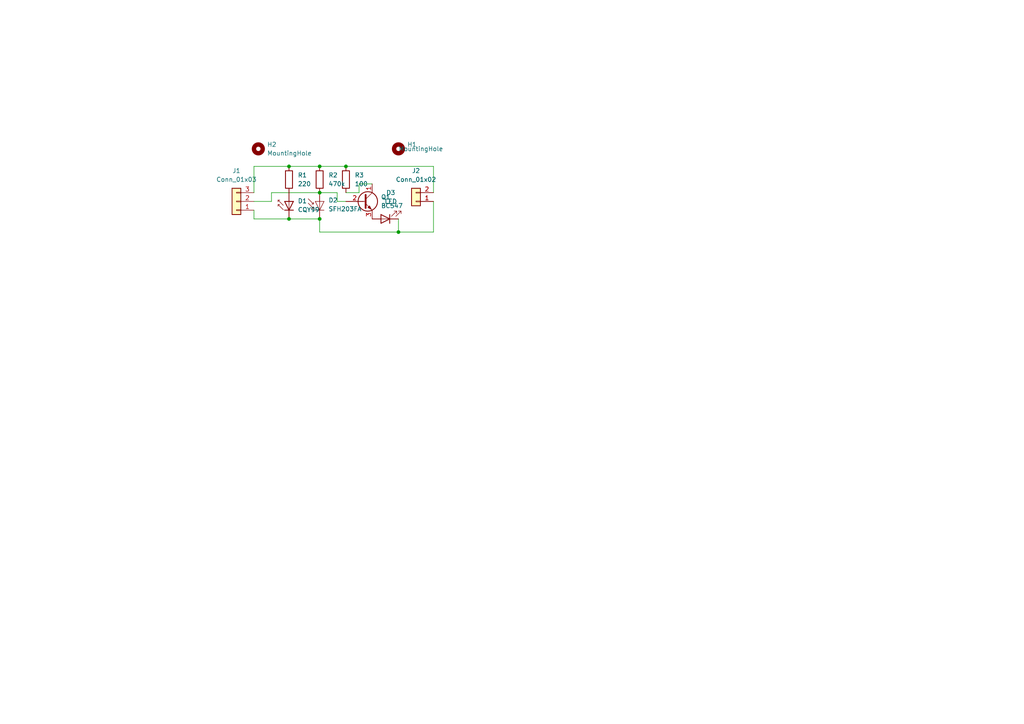
<source format=kicad_sch>
(kicad_sch (version 20211123) (generator eeschema)

  (uuid 5c95cb88-38d0-4a84-8534-dbd6f4ee9b78)

  (paper "A4")

  (lib_symbols
    (symbol "Connector_Generic:Conn_01x02" (pin_names (offset 1.016) hide) (in_bom yes) (on_board yes)
      (property "Reference" "J" (id 0) (at 0 2.54 0)
        (effects (font (size 1.27 1.27)))
      )
      (property "Value" "Conn_01x02" (id 1) (at 0 -5.08 0)
        (effects (font (size 1.27 1.27)))
      )
      (property "Footprint" "" (id 2) (at 0 0 0)
        (effects (font (size 1.27 1.27)) hide)
      )
      (property "Datasheet" "~" (id 3) (at 0 0 0)
        (effects (font (size 1.27 1.27)) hide)
      )
      (property "ki_keywords" "connector" (id 4) (at 0 0 0)
        (effects (font (size 1.27 1.27)) hide)
      )
      (property "ki_description" "Generic connector, single row, 01x02, script generated (kicad-library-utils/schlib/autogen/connector/)" (id 5) (at 0 0 0)
        (effects (font (size 1.27 1.27)) hide)
      )
      (property "ki_fp_filters" "Connector*:*_1x??_*" (id 6) (at 0 0 0)
        (effects (font (size 1.27 1.27)) hide)
      )
      (symbol "Conn_01x02_1_1"
        (rectangle (start -1.27 -2.413) (end 0 -2.667)
          (stroke (width 0.1524) (type default) (color 0 0 0 0))
          (fill (type none))
        )
        (rectangle (start -1.27 0.127) (end 0 -0.127)
          (stroke (width 0.1524) (type default) (color 0 0 0 0))
          (fill (type none))
        )
        (rectangle (start -1.27 1.27) (end 1.27 -3.81)
          (stroke (width 0.254) (type default) (color 0 0 0 0))
          (fill (type background))
        )
        (pin passive line (at -5.08 0 0) (length 3.81)
          (name "Pin_1" (effects (font (size 1.27 1.27))))
          (number "1" (effects (font (size 1.27 1.27))))
        )
        (pin passive line (at -5.08 -2.54 0) (length 3.81)
          (name "Pin_2" (effects (font (size 1.27 1.27))))
          (number "2" (effects (font (size 1.27 1.27))))
        )
      )
    )
    (symbol "Connector_Generic:Conn_01x03" (pin_names (offset 1.016) hide) (in_bom yes) (on_board yes)
      (property "Reference" "J" (id 0) (at 0 5.08 0)
        (effects (font (size 1.27 1.27)))
      )
      (property "Value" "Conn_01x03" (id 1) (at 0 -5.08 0)
        (effects (font (size 1.27 1.27)))
      )
      (property "Footprint" "" (id 2) (at 0 0 0)
        (effects (font (size 1.27 1.27)) hide)
      )
      (property "Datasheet" "~" (id 3) (at 0 0 0)
        (effects (font (size 1.27 1.27)) hide)
      )
      (property "ki_keywords" "connector" (id 4) (at 0 0 0)
        (effects (font (size 1.27 1.27)) hide)
      )
      (property "ki_description" "Generic connector, single row, 01x03, script generated (kicad-library-utils/schlib/autogen/connector/)" (id 5) (at 0 0 0)
        (effects (font (size 1.27 1.27)) hide)
      )
      (property "ki_fp_filters" "Connector*:*_1x??_*" (id 6) (at 0 0 0)
        (effects (font (size 1.27 1.27)) hide)
      )
      (symbol "Conn_01x03_1_1"
        (rectangle (start -1.27 -2.413) (end 0 -2.667)
          (stroke (width 0.1524) (type default) (color 0 0 0 0))
          (fill (type none))
        )
        (rectangle (start -1.27 0.127) (end 0 -0.127)
          (stroke (width 0.1524) (type default) (color 0 0 0 0))
          (fill (type none))
        )
        (rectangle (start -1.27 2.667) (end 0 2.413)
          (stroke (width 0.1524) (type default) (color 0 0 0 0))
          (fill (type none))
        )
        (rectangle (start -1.27 3.81) (end 1.27 -3.81)
          (stroke (width 0.254) (type default) (color 0 0 0 0))
          (fill (type background))
        )
        (pin passive line (at -5.08 2.54 0) (length 3.81)
          (name "Pin_1" (effects (font (size 1.27 1.27))))
          (number "1" (effects (font (size 1.27 1.27))))
        )
        (pin passive line (at -5.08 0 0) (length 3.81)
          (name "Pin_2" (effects (font (size 1.27 1.27))))
          (number "2" (effects (font (size 1.27 1.27))))
        )
        (pin passive line (at -5.08 -2.54 0) (length 3.81)
          (name "Pin_3" (effects (font (size 1.27 1.27))))
          (number "3" (effects (font (size 1.27 1.27))))
        )
      )
    )
    (symbol "Device:LED" (pin_numbers hide) (pin_names (offset 1.016) hide) (in_bom yes) (on_board yes)
      (property "Reference" "D" (id 0) (at 0 2.54 0)
        (effects (font (size 1.27 1.27)))
      )
      (property "Value" "LED" (id 1) (at 0 -2.54 0)
        (effects (font (size 1.27 1.27)))
      )
      (property "Footprint" "" (id 2) (at 0 0 0)
        (effects (font (size 1.27 1.27)) hide)
      )
      (property "Datasheet" "~" (id 3) (at 0 0 0)
        (effects (font (size 1.27 1.27)) hide)
      )
      (property "ki_keywords" "LED diode" (id 4) (at 0 0 0)
        (effects (font (size 1.27 1.27)) hide)
      )
      (property "ki_description" "Light emitting diode" (id 5) (at 0 0 0)
        (effects (font (size 1.27 1.27)) hide)
      )
      (property "ki_fp_filters" "LED* LED_SMD:* LED_THT:*" (id 6) (at 0 0 0)
        (effects (font (size 1.27 1.27)) hide)
      )
      (symbol "LED_0_1"
        (polyline
          (pts
            (xy -1.27 -1.27)
            (xy -1.27 1.27)
          )
          (stroke (width 0.254) (type default) (color 0 0 0 0))
          (fill (type none))
        )
        (polyline
          (pts
            (xy -1.27 0)
            (xy 1.27 0)
          )
          (stroke (width 0) (type default) (color 0 0 0 0))
          (fill (type none))
        )
        (polyline
          (pts
            (xy 1.27 -1.27)
            (xy 1.27 1.27)
            (xy -1.27 0)
            (xy 1.27 -1.27)
          )
          (stroke (width 0.254) (type default) (color 0 0 0 0))
          (fill (type none))
        )
        (polyline
          (pts
            (xy -3.048 -0.762)
            (xy -4.572 -2.286)
            (xy -3.81 -2.286)
            (xy -4.572 -2.286)
            (xy -4.572 -1.524)
          )
          (stroke (width 0) (type default) (color 0 0 0 0))
          (fill (type none))
        )
        (polyline
          (pts
            (xy -1.778 -0.762)
            (xy -3.302 -2.286)
            (xy -2.54 -2.286)
            (xy -3.302 -2.286)
            (xy -3.302 -1.524)
          )
          (stroke (width 0) (type default) (color 0 0 0 0))
          (fill (type none))
        )
      )
      (symbol "LED_1_1"
        (pin passive line (at -3.81 0 0) (length 2.54)
          (name "K" (effects (font (size 1.27 1.27))))
          (number "1" (effects (font (size 1.27 1.27))))
        )
        (pin passive line (at 3.81 0 180) (length 2.54)
          (name "A" (effects (font (size 1.27 1.27))))
          (number "2" (effects (font (size 1.27 1.27))))
        )
      )
    )
    (symbol "Device:R" (pin_numbers hide) (pin_names (offset 0)) (in_bom yes) (on_board yes)
      (property "Reference" "R" (id 0) (at 2.032 0 90)
        (effects (font (size 1.27 1.27)))
      )
      (property "Value" "R" (id 1) (at 0 0 90)
        (effects (font (size 1.27 1.27)))
      )
      (property "Footprint" "" (id 2) (at -1.778 0 90)
        (effects (font (size 1.27 1.27)) hide)
      )
      (property "Datasheet" "~" (id 3) (at 0 0 0)
        (effects (font (size 1.27 1.27)) hide)
      )
      (property "ki_keywords" "R res resistor" (id 4) (at 0 0 0)
        (effects (font (size 1.27 1.27)) hide)
      )
      (property "ki_description" "Resistor" (id 5) (at 0 0 0)
        (effects (font (size 1.27 1.27)) hide)
      )
      (property "ki_fp_filters" "R_*" (id 6) (at 0 0 0)
        (effects (font (size 1.27 1.27)) hide)
      )
      (symbol "R_0_1"
        (rectangle (start -1.016 -2.54) (end 1.016 2.54)
          (stroke (width 0.254) (type default) (color 0 0 0 0))
          (fill (type none))
        )
      )
      (symbol "R_1_1"
        (pin passive line (at 0 3.81 270) (length 1.27)
          (name "~" (effects (font (size 1.27 1.27))))
          (number "1" (effects (font (size 1.27 1.27))))
        )
        (pin passive line (at 0 -3.81 90) (length 1.27)
          (name "~" (effects (font (size 1.27 1.27))))
          (number "2" (effects (font (size 1.27 1.27))))
        )
      )
    )
    (symbol "LED:CQY99" (pin_numbers hide) (pin_names (offset 1.016) hide) (in_bom yes) (on_board yes)
      (property "Reference" "D" (id 0) (at 0.508 1.778 0)
        (effects (font (size 1.27 1.27)) (justify left))
      )
      (property "Value" "CQY99" (id 1) (at -1.016 -2.794 0)
        (effects (font (size 1.27 1.27)))
      )
      (property "Footprint" "LED_THT:LED_D5.0mm_IRGrey" (id 2) (at 0 4.445 0)
        (effects (font (size 1.27 1.27)) hide)
      )
      (property "Datasheet" "https://www.prtice.info/IMG/pdf/CQY99.pdf" (id 3) (at -1.27 0 0)
        (effects (font (size 1.27 1.27)) hide)
      )
      (property "ki_keywords" "IR LED" (id 4) (at 0 0 0)
        (effects (font (size 1.27 1.27)) hide)
      )
      (property "ki_description" "950nm IR-LED, 5mm" (id 5) (at 0 0 0)
        (effects (font (size 1.27 1.27)) hide)
      )
      (property "ki_fp_filters" "LED*5.0mm*IRGrey*" (id 6) (at 0 0 0)
        (effects (font (size 1.27 1.27)) hide)
      )
      (symbol "CQY99_0_1"
        (polyline
          (pts
            (xy -2.54 1.27)
            (xy -2.54 -1.27)
          )
          (stroke (width 0.254) (type default) (color 0 0 0 0))
          (fill (type none))
        )
        (polyline
          (pts
            (xy 0 0)
            (xy -2.54 0)
          )
          (stroke (width 0) (type default) (color 0 0 0 0))
          (fill (type none))
        )
        (polyline
          (pts
            (xy 0.381 3.175)
            (xy -0.127 3.175)
          )
          (stroke (width 0) (type default) (color 0 0 0 0))
          (fill (type none))
        )
        (polyline
          (pts
            (xy -1.143 1.651)
            (xy 0.381 3.175)
            (xy 0.381 2.667)
          )
          (stroke (width 0) (type default) (color 0 0 0 0))
          (fill (type none))
        )
        (polyline
          (pts
            (xy 0 -1.27)
            (xy -2.54 0)
            (xy 0 1.27)
            (xy 0 -1.27)
          )
          (stroke (width 0.254) (type default) (color 0 0 0 0))
          (fill (type none))
        )
        (polyline
          (pts
            (xy -2.413 1.651)
            (xy -0.889 3.175)
            (xy -0.889 2.667)
            (xy -0.889 3.175)
            (xy -1.397 3.175)
          )
          (stroke (width 0) (type default) (color 0 0 0 0))
          (fill (type none))
        )
      )
      (symbol "CQY99_1_1"
        (pin passive line (at -5.08 0 0) (length 2.54)
          (name "K" (effects (font (size 1.27 1.27))))
          (number "1" (effects (font (size 1.27 1.27))))
        )
        (pin passive line (at 2.54 0 180) (length 2.54)
          (name "A" (effects (font (size 1.27 1.27))))
          (number "2" (effects (font (size 1.27 1.27))))
        )
      )
    )
    (symbol "Mechanical:MountingHole" (pin_names (offset 1.016)) (in_bom yes) (on_board yes)
      (property "Reference" "H" (id 0) (at 0 5.08 0)
        (effects (font (size 1.27 1.27)))
      )
      (property "Value" "MountingHole" (id 1) (at 0 3.175 0)
        (effects (font (size 1.27 1.27)))
      )
      (property "Footprint" "" (id 2) (at 0 0 0)
        (effects (font (size 1.27 1.27)) hide)
      )
      (property "Datasheet" "~" (id 3) (at 0 0 0)
        (effects (font (size 1.27 1.27)) hide)
      )
      (property "ki_keywords" "mounting hole" (id 4) (at 0 0 0)
        (effects (font (size 1.27 1.27)) hide)
      )
      (property "ki_description" "Mounting Hole without connection" (id 5) (at 0 0 0)
        (effects (font (size 1.27 1.27)) hide)
      )
      (property "ki_fp_filters" "MountingHole*" (id 6) (at 0 0 0)
        (effects (font (size 1.27 1.27)) hide)
      )
      (symbol "MountingHole_0_1"
        (circle (center 0 0) (radius 1.27)
          (stroke (width 1.27) (type default) (color 0 0 0 0))
          (fill (type none))
        )
      )
    )
    (symbol "Sensor_Optical:SFH203FA" (pin_numbers hide) (pin_names hide) (in_bom yes) (on_board yes)
      (property "Reference" "D" (id 0) (at 0.508 1.778 0)
        (effects (font (size 1.27 1.27)) (justify left))
      )
      (property "Value" "SFH203FA" (id 1) (at -1.016 -2.794 0)
        (effects (font (size 1.27 1.27)))
      )
      (property "Footprint" "LED_THT:LED_D5.0mm_IRGrey" (id 2) (at 0 4.445 0)
        (effects (font (size 1.27 1.27)) hide)
      )
      (property "Datasheet" "http://www.osram-os.com/Graphics/XPic9/00101656_0.pdf/SFH%20203,%20SFH%20203%20FA,%20Lead%20(Pb)%20Free%20Product%20-%20RoHS%20Compliant.pdf" (id 3) (at -1.27 0 0)
        (effects (font (size 1.27 1.27)) hide)
      )
      (property "ki_keywords" "PIN photodiode IR" (id 4) (at 0 0 0)
        (effects (font (size 1.27 1.27)) hide)
      )
      (property "ki_description" "Silicon PIN Photodiode with Daylight Blocking Filter" (id 5) (at 0 0 0)
        (effects (font (size 1.27 1.27)) hide)
      )
      (property "ki_fp_filters" "LED*D5.0mm*IRGrey*" (id 6) (at 0 0 0)
        (effects (font (size 1.27 1.27)) hide)
      )
      (symbol "SFH203FA_0_1"
        (polyline
          (pts
            (xy -2.54 0)
            (xy 0 0)
          )
          (stroke (width 0) (type default) (color 0 0 0 0))
          (fill (type none))
        )
        (polyline
          (pts
            (xy -2.54 1.27)
            (xy -2.54 -1.27)
          )
          (stroke (width 0.1524) (type default) (color 0 0 0 0))
          (fill (type none))
        )
        (polyline
          (pts
            (xy -2.032 1.778)
            (xy -1.524 1.778)
          )
          (stroke (width 0) (type default) (color 0 0 0 0))
          (fill (type none))
        )
        (polyline
          (pts
            (xy 0 -1.27)
            (xy 0 1.27)
          )
          (stroke (width 0) (type default) (color 0 0 0 0))
          (fill (type none))
        )
        (polyline
          (pts
            (xy -0.508 3.302)
            (xy -2.032 1.778)
            (xy -2.032 2.286)
          )
          (stroke (width 0) (type default) (color 0 0 0 0))
          (fill (type none))
        )
        (polyline
          (pts
            (xy 0 1.27)
            (xy -2.54 0)
            (xy 0 -1.27)
          )
          (stroke (width 0) (type default) (color 0 0 0 0))
          (fill (type none))
        )
        (polyline
          (pts
            (xy 0.762 3.302)
            (xy -0.762 1.778)
            (xy -0.762 2.286)
            (xy -0.762 1.778)
            (xy -0.254 1.778)
          )
          (stroke (width 0) (type default) (color 0 0 0 0))
          (fill (type none))
        )
      )
      (symbol "SFH203FA_1_1"
        (pin passive line (at -5.08 0 0) (length 2.54)
          (name "K" (effects (font (size 1.27 1.27))))
          (number "1" (effects (font (size 1.27 1.27))))
        )
        (pin passive line (at 2.54 0 180) (length 2.54)
          (name "A" (effects (font (size 1.27 1.27))))
          (number "2" (effects (font (size 1.27 1.27))))
        )
      )
    )
    (symbol "Transistor_BJT:BC547" (pin_names (offset 0) hide) (in_bom yes) (on_board yes)
      (property "Reference" "Q" (id 0) (at 5.08 1.905 0)
        (effects (font (size 1.27 1.27)) (justify left))
      )
      (property "Value" "BC547" (id 1) (at 5.08 0 0)
        (effects (font (size 1.27 1.27)) (justify left))
      )
      (property "Footprint" "Package_TO_SOT_THT:TO-92_Inline" (id 2) (at 5.08 -1.905 0)
        (effects (font (size 1.27 1.27) italic) (justify left) hide)
      )
      (property "Datasheet" "https://www.onsemi.com/pub/Collateral/BC550-D.pdf" (id 3) (at 0 0 0)
        (effects (font (size 1.27 1.27)) (justify left) hide)
      )
      (property "ki_keywords" "NPN Transistor" (id 4) (at 0 0 0)
        (effects (font (size 1.27 1.27)) hide)
      )
      (property "ki_description" "0.1A Ic, 45V Vce, Small Signal NPN Transistor, TO-92" (id 5) (at 0 0 0)
        (effects (font (size 1.27 1.27)) hide)
      )
      (property "ki_fp_filters" "TO?92*" (id 6) (at 0 0 0)
        (effects (font (size 1.27 1.27)) hide)
      )
      (symbol "BC547_0_1"
        (polyline
          (pts
            (xy 0 0)
            (xy 0.635 0)
          )
          (stroke (width 0) (type default) (color 0 0 0 0))
          (fill (type none))
        )
        (polyline
          (pts
            (xy 0.635 0.635)
            (xy 2.54 2.54)
          )
          (stroke (width 0) (type default) (color 0 0 0 0))
          (fill (type none))
        )
        (polyline
          (pts
            (xy 0.635 -0.635)
            (xy 2.54 -2.54)
            (xy 2.54 -2.54)
          )
          (stroke (width 0) (type default) (color 0 0 0 0))
          (fill (type none))
        )
        (polyline
          (pts
            (xy 0.635 1.905)
            (xy 0.635 -1.905)
            (xy 0.635 -1.905)
          )
          (stroke (width 0.508) (type default) (color 0 0 0 0))
          (fill (type none))
        )
        (polyline
          (pts
            (xy 1.27 -1.778)
            (xy 1.778 -1.27)
            (xy 2.286 -2.286)
            (xy 1.27 -1.778)
            (xy 1.27 -1.778)
          )
          (stroke (width 0) (type default) (color 0 0 0 0))
          (fill (type outline))
        )
        (circle (center 1.27 0) (radius 2.8194)
          (stroke (width 0.254) (type default) (color 0 0 0 0))
          (fill (type none))
        )
      )
      (symbol "BC547_1_1"
        (pin passive line (at 2.54 5.08 270) (length 2.54)
          (name "C" (effects (font (size 1.27 1.27))))
          (number "1" (effects (font (size 1.27 1.27))))
        )
        (pin input line (at -5.08 0 0) (length 5.08)
          (name "B" (effects (font (size 1.27 1.27))))
          (number "2" (effects (font (size 1.27 1.27))))
        )
        (pin passive line (at 2.54 -5.08 90) (length 2.54)
          (name "E" (effects (font (size 1.27 1.27))))
          (number "3" (effects (font (size 1.27 1.27))))
        )
      )
    )
  )

  (junction (at 92.71 48.26) (diameter 0) (color 0 0 0 0)
    (uuid 00695b99-41ae-4d1d-b588-b97f315f435e)
  )
  (junction (at 92.71 55.88) (diameter 0) (color 0 0 0 0)
    (uuid 17511276-5717-4498-a5c2-6e1bdd07dec3)
  )
  (junction (at 115.57 67.31) (diameter 0) (color 0 0 0 0)
    (uuid 4878a973-8775-4f7d-86ae-0369e38c9333)
  )
  (junction (at 100.33 48.26) (diameter 0) (color 0 0 0 0)
    (uuid 90bd1496-eb69-4815-81df-4aa28d3d1509)
  )
  (junction (at 83.82 63.5) (diameter 0) (color 0 0 0 0)
    (uuid b975036f-f494-4541-afaa-19cc5cc26cba)
  )
  (junction (at 92.71 63.5) (diameter 0) (color 0 0 0 0)
    (uuid ff89d7f3-4e54-42a0-a84c-d29071e8d413)
  )
  (junction (at 83.82 48.26) (diameter 0) (color 0 0 0 0)
    (uuid ffd44ed8-2448-47fb-b748-124602bcc393)
  )

  (wire (pts (xy 125.73 58.42) (xy 125.73 67.31))
    (stroke (width 0) (type default) (color 0 0 0 0))
    (uuid 0bf471fb-401d-4f89-a4ae-577ff8a6729f)
  )
  (wire (pts (xy 100.33 48.26) (xy 125.73 48.26))
    (stroke (width 0) (type default) (color 0 0 0 0))
    (uuid 0bf4b4f3-9868-4e81-a374-b5300bc28e99)
  )
  (wire (pts (xy 100.33 58.42) (xy 97.79 58.42))
    (stroke (width 0) (type default) (color 0 0 0 0))
    (uuid 0e573a4f-cc91-43fe-9969-84e0a6ec6bed)
  )
  (wire (pts (xy 73.66 58.42) (xy 78.74 58.42))
    (stroke (width 0) (type default) (color 0 0 0 0))
    (uuid 0f6878b0-4e69-4c02-9004-3ad27597ea1b)
  )
  (wire (pts (xy 100.33 48.26) (xy 92.71 48.26))
    (stroke (width 0) (type default) (color 0 0 0 0))
    (uuid 1dd65e06-1b19-42b2-9e48-aa593ac50db3)
  )
  (wire (pts (xy 125.73 48.26) (xy 125.73 55.88))
    (stroke (width 0) (type default) (color 0 0 0 0))
    (uuid 291076c9-165b-4078-8e59-50bad6d448eb)
  )
  (wire (pts (xy 115.57 67.31) (xy 92.71 67.31))
    (stroke (width 0) (type default) (color 0 0 0 0))
    (uuid 6600e212-2a4f-455a-b6c8-ff91ca8361d8)
  )
  (wire (pts (xy 97.79 55.88) (xy 92.71 55.88))
    (stroke (width 0) (type default) (color 0 0 0 0))
    (uuid 7058e9ec-7a8a-4c71-94e8-3c87c4bace1b)
  )
  (wire (pts (xy 73.66 63.5) (xy 83.82 63.5))
    (stroke (width 0) (type default) (color 0 0 0 0))
    (uuid 73fb01fd-21e9-4895-bac4-b230c9301aae)
  )
  (wire (pts (xy 115.57 63.5) (xy 115.57 67.31))
    (stroke (width 0) (type default) (color 0 0 0 0))
    (uuid 758ccb76-6bb3-40e5-bd6c-af3bd12054ae)
  )
  (wire (pts (xy 107.95 53.34) (xy 104.14 53.34))
    (stroke (width 0) (type default) (color 0 0 0 0))
    (uuid 7a5a9381-79ce-408e-acca-cb9f2aea456d)
  )
  (wire (pts (xy 73.66 60.96) (xy 73.66 63.5))
    (stroke (width 0) (type default) (color 0 0 0 0))
    (uuid 8891483b-d3f6-4af9-b4ff-be167e95bdde)
  )
  (wire (pts (xy 104.14 53.34) (xy 104.14 55.88))
    (stroke (width 0) (type default) (color 0 0 0 0))
    (uuid 88d6be80-c709-4d68-a550-325387c47330)
  )
  (wire (pts (xy 97.79 58.42) (xy 97.79 55.88))
    (stroke (width 0) (type default) (color 0 0 0 0))
    (uuid 98515483-6d69-4d69-96c5-0f9abb4652df)
  )
  (wire (pts (xy 83.82 63.5) (xy 92.71 63.5))
    (stroke (width 0) (type default) (color 0 0 0 0))
    (uuid a6373063-d652-4668-b381-939b487156ae)
  )
  (wire (pts (xy 78.74 55.88) (xy 92.71 55.88))
    (stroke (width 0) (type default) (color 0 0 0 0))
    (uuid a8fb0867-9d0e-4b36-9435-1a4864c63702)
  )
  (wire (pts (xy 104.14 55.88) (xy 100.33 55.88))
    (stroke (width 0) (type default) (color 0 0 0 0))
    (uuid aab842d7-4d19-4b68-bb24-b42e53a6af19)
  )
  (wire (pts (xy 125.73 67.31) (xy 115.57 67.31))
    (stroke (width 0) (type default) (color 0 0 0 0))
    (uuid b3d4e789-1f23-4126-9ff7-010e45b76752)
  )
  (wire (pts (xy 73.66 55.88) (xy 73.66 48.26))
    (stroke (width 0) (type default) (color 0 0 0 0))
    (uuid b46a89ee-b1bc-487a-9519-8407887c145c)
  )
  (wire (pts (xy 73.66 48.26) (xy 83.82 48.26))
    (stroke (width 0) (type default) (color 0 0 0 0))
    (uuid d4b83c95-8a9b-4726-85f3-b97131a974e1)
  )
  (wire (pts (xy 92.71 67.31) (xy 92.71 63.5))
    (stroke (width 0) (type default) (color 0 0 0 0))
    (uuid ef9d67ed-7e40-41a4-ba82-9e618a0b559f)
  )
  (wire (pts (xy 92.71 48.26) (xy 83.82 48.26))
    (stroke (width 0) (type default) (color 0 0 0 0))
    (uuid fd9f700a-c258-4b2e-b508-193ab4afb133)
  )
  (wire (pts (xy 78.74 58.42) (xy 78.74 55.88))
    (stroke (width 0) (type default) (color 0 0 0 0))
    (uuid ff6428e0-e9e5-433c-ae23-83f42c1ecf89)
  )

  (symbol (lib_id "Connector_Generic:Conn_01x02") (at 120.65 58.42 180) (unit 1)
    (in_bom yes) (on_board yes) (fields_autoplaced)
    (uuid 0defe58a-c9b1-4a12-9196-1eca934131ff)
    (property "Reference" "J2" (id 0) (at 120.65 49.53 0))
    (property "Value" "Conn_01x02" (id 1) (at 120.65 52.07 0))
    (property "Footprint" "Connector_PinHeader_2.54mm:PinHeader_1x02_P2.54mm_Vertical" (id 2) (at 120.65 58.42 0)
      (effects (font (size 1.27 1.27)) hide)
    )
    (property "Datasheet" "~" (id 3) (at 120.65 58.42 0)
      (effects (font (size 1.27 1.27)) hide)
    )
    (pin "1" (uuid b9136556-e5f0-4fc6-b60b-bf9d35b79d98))
    (pin "2" (uuid df8e29ba-2d20-4f10-995b-92deaded6d4e))
  )

  (symbol (lib_id "Transistor_BJT:BC547") (at 105.41 58.42 0) (unit 1)
    (in_bom yes) (on_board yes) (fields_autoplaced)
    (uuid 10e50957-8ccb-462c-a1ab-2c68753f4dff)
    (property "Reference" "Q1" (id 0) (at 110.49 57.1499 0)
      (effects (font (size 1.27 1.27)) (justify left))
    )
    (property "Value" "BC547" (id 1) (at 110.49 59.6899 0)
      (effects (font (size 1.27 1.27)) (justify left))
    )
    (property "Footprint" "Package_TO_SOT_THT:TO-92L_HandSolder" (id 2) (at 110.49 60.325 0)
      (effects (font (size 1.27 1.27) italic) (justify left) hide)
    )
    (property "Datasheet" "https://www.onsemi.com/pub/Collateral/BC550-D.pdf" (id 3) (at 105.41 58.42 0)
      (effects (font (size 1.27 1.27)) (justify left) hide)
    )
    (pin "1" (uuid 5047963f-f3ea-415d-91ce-148f5f9ba3b2))
    (pin "2" (uuid e3541bed-c614-451a-95b4-0f696cfcbcb3))
    (pin "3" (uuid 99689461-e5c8-401e-ad59-6cbf092b1182))
  )

  (symbol (lib_id "Device:R") (at 100.33 52.07 0) (unit 1)
    (in_bom yes) (on_board yes) (fields_autoplaced)
    (uuid 1f796a2c-0195-444a-b957-72363cb03819)
    (property "Reference" "R3" (id 0) (at 102.87 50.7999 0)
      (effects (font (size 1.27 1.27)) (justify left))
    )
    (property "Value" "" (id 1) (at 102.87 53.3399 0)
      (effects (font (size 1.27 1.27)) (justify left))
    )
    (property "Footprint" "Resistor_THT:R_Axial_DIN0207_L6.3mm_D2.5mm_P7.62mm_Horizontal" (id 2) (at 98.552 52.07 90)
      (effects (font (size 1.27 1.27)) hide)
    )
    (property "Datasheet" "~" (id 3) (at 100.33 52.07 0)
      (effects (font (size 1.27 1.27)) hide)
    )
    (pin "1" (uuid 60446987-166e-4f5e-a379-f511e2f43c81))
    (pin "2" (uuid a0b2c350-56f5-4ce7-b1c5-997ea25f283a))
  )

  (symbol (lib_id "Mechanical:MountingHole") (at 74.93 43.18 0) (unit 1)
    (in_bom yes) (on_board yes) (fields_autoplaced)
    (uuid 24cb67fc-f0c9-4f6e-88c1-7636ab854c5e)
    (property "Reference" "H2" (id 0) (at 77.47 41.9099 0)
      (effects (font (size 1.27 1.27)) (justify left))
    )
    (property "Value" "MountingHole" (id 1) (at 77.47 44.4499 0)
      (effects (font (size 1.27 1.27)) (justify left))
    )
    (property "Footprint" "MountingHole:MountingHole_2.2mm_M2_DIN965" (id 2) (at 74.93 43.18 0)
      (effects (font (size 1.27 1.27)) hide)
    )
    (property "Datasheet" "~" (id 3) (at 74.93 43.18 0)
      (effects (font (size 1.27 1.27)) hide)
    )
  )

  (symbol (lib_id "Sensor_Optical:SFH203FA") (at 92.71 58.42 90) (unit 1)
    (in_bom yes) (on_board yes) (fields_autoplaced)
    (uuid 42f91f74-e2a0-4b26-ae70-d83777eb405b)
    (property "Reference" "D2" (id 0) (at 95.25 58.077 90)
      (effects (font (size 1.27 1.27)) (justify right))
    )
    (property "Value" "SFH203FA" (id 1) (at 95.25 60.617 90)
      (effects (font (size 1.27 1.27)) (justify right))
    )
    (property "Footprint" "LED_THT:LED_D5.0mm_IRGrey" (id 2) (at 88.265 58.42 0)
      (effects (font (size 1.27 1.27)) hide)
    )
    (property "Datasheet" "http://www.osram-os.com/Graphics/XPic9/00101656_0.pdf/SFH%20203,%20SFH%20203%20FA,%20Lead%20(Pb)%20Free%20Product%20-%20RoHS%20Compliant.pdf" (id 3) (at 92.71 59.69 0)
      (effects (font (size 1.27 1.27)) hide)
    )
    (pin "1" (uuid d1b9ed02-8e9e-4ea9-8503-8cdc934be2ed))
    (pin "2" (uuid 760ae96c-02a4-4da7-b6f9-78eb9d27c747))
  )

  (symbol (lib_id "Device:R") (at 92.71 52.07 0) (unit 1)
    (in_bom yes) (on_board yes) (fields_autoplaced)
    (uuid 4dacb66c-aaaf-45c3-a93d-0c9bd0da3f9f)
    (property "Reference" "R2" (id 0) (at 95.25 50.7999 0)
      (effects (font (size 1.27 1.27)) (justify left))
    )
    (property "Value" "470k" (id 1) (at 95.25 53.3399 0)
      (effects (font (size 1.27 1.27)) (justify left))
    )
    (property "Footprint" "Resistor_THT:R_Axial_DIN0207_L6.3mm_D2.5mm_P7.62mm_Horizontal" (id 2) (at 90.932 52.07 90)
      (effects (font (size 1.27 1.27)) hide)
    )
    (property "Datasheet" "~" (id 3) (at 92.71 52.07 0)
      (effects (font (size 1.27 1.27)) hide)
    )
    (pin "1" (uuid f6b95b61-0c82-420e-afa9-7b402ac70ff9))
    (pin "2" (uuid 25e242c6-6bd8-4b4d-acd2-99f7f3a04350))
  )

  (symbol (lib_id "LED:CQY99") (at 83.82 58.42 90) (unit 1)
    (in_bom yes) (on_board yes) (fields_autoplaced)
    (uuid 782c7201-1ac8-439b-b4d0-e3a2ef01eb31)
    (property "Reference" "D1" (id 0) (at 86.36 58.2929 90)
      (effects (font (size 1.27 1.27)) (justify right))
    )
    (property "Value" "CQY99" (id 1) (at 86.36 60.8329 90)
      (effects (font (size 1.27 1.27)) (justify right))
    )
    (property "Footprint" "LED_THT:LED_D5.0mm_IRGrey" (id 2) (at 79.375 58.42 0)
      (effects (font (size 1.27 1.27)) hide)
    )
    (property "Datasheet" "https://www.prtice.info/IMG/pdf/CQY99.pdf" (id 3) (at 83.82 59.69 0)
      (effects (font (size 1.27 1.27)) hide)
    )
    (pin "1" (uuid fb181a9b-e416-4743-91d4-ca34323e6af7))
    (pin "2" (uuid af422a5f-7c49-4665-b72f-14a8b722fbee))
  )

  (symbol (lib_id "Connector_Generic:Conn_01x03") (at 68.58 58.42 180) (unit 1)
    (in_bom yes) (on_board yes) (fields_autoplaced)
    (uuid 877cf3b8-0165-42e2-b126-da27d5a2730a)
    (property "Reference" "J1" (id 0) (at 68.58 49.53 0))
    (property "Value" "Conn_01x03" (id 1) (at 68.58 52.07 0))
    (property "Footprint" "Connector_PinHeader_2.54mm:PinHeader_1x03_P2.54mm_Vertical" (id 2) (at 68.58 58.42 0)
      (effects (font (size 1.27 1.27)) hide)
    )
    (property "Datasheet" "~" (id 3) (at 68.58 58.42 0)
      (effects (font (size 1.27 1.27)) hide)
    )
    (pin "1" (uuid 5ef25e53-394b-47e3-aff2-c029771bba1f))
    (pin "2" (uuid e673b520-219e-40ff-927c-3cd1df37d5ed))
    (pin "3" (uuid 530db622-e544-4d63-bcf7-10e9dfec803e))
  )

  (symbol (lib_id "Mechanical:MountingHole") (at 115.57 43.18 0) (unit 1)
    (in_bom yes) (on_board yes)
    (uuid d33c6077-a8ec-48ca-b0e0-97f3539ef54c)
    (property "Reference" "H1" (id 0) (at 118.11 41.9099 0)
      (effects (font (size 1.27 1.27)) (justify left))
    )
    (property "Value" "MountingHole" (id 1) (at 115.57 43.18 0)
      (effects (font (size 1.27 1.27)) (justify left))
    )
    (property "Footprint" "MountingHole:MountingHole_2.2mm_M2_DIN965" (id 2) (at 115.57 43.18 0)
      (effects (font (size 1.27 1.27)) hide)
    )
    (property "Datasheet" "~" (id 3) (at 115.57 43.18 0)
      (effects (font (size 1.27 1.27)) hide)
    )
  )

  (symbol (lib_id "Device:R") (at 83.82 52.07 0) (unit 1)
    (in_bom yes) (on_board yes) (fields_autoplaced)
    (uuid e8d8bbd4-2e6c-40b0-92e3-9d9c5a98e195)
    (property "Reference" "R1" (id 0) (at 86.36 50.7999 0)
      (effects (font (size 1.27 1.27)) (justify left))
    )
    (property "Value" "220" (id 1) (at 86.36 53.3399 0)
      (effects (font (size 1.27 1.27)) (justify left))
    )
    (property "Footprint" "Resistor_THT:R_Axial_DIN0207_L6.3mm_D2.5mm_P7.62mm_Horizontal" (id 2) (at 82.042 52.07 90)
      (effects (font (size 1.27 1.27)) hide)
    )
    (property "Datasheet" "~" (id 3) (at 83.82 52.07 0)
      (effects (font (size 1.27 1.27)) hide)
    )
    (pin "1" (uuid c9afee8c-244d-440c-a2c3-c79f0d6dd09f))
    (pin "2" (uuid b02807b2-68ee-4443-a587-8ddca9c1bd56))
  )

  (symbol (lib_id "Device:LED") (at 111.76 63.5 180) (unit 1)
    (in_bom yes) (on_board yes) (fields_autoplaced)
    (uuid f2851f54-5f00-40d4-918e-7a11616ad8e1)
    (property "Reference" "D3" (id 0) (at 113.3475 55.88 0))
    (property "Value" "LED" (id 1) (at 113.3475 58.42 0))
    (property "Footprint" "LED_THT:LED_D5.0mm" (id 2) (at 111.76 63.5 0)
      (effects (font (size 1.27 1.27)) hide)
    )
    (property "Datasheet" "~" (id 3) (at 111.76 63.5 0)
      (effects (font (size 1.27 1.27)) hide)
    )
    (pin "1" (uuid b826fd14-3112-4ed6-aaa6-ffff6283f0fa))
    (pin "2" (uuid 56e6b4f8-8649-4482-a6e5-d4473b2c0da3))
  )

  (sheet_instances
    (path "/" (page "1"))
  )

  (symbol_instances
    (path "/782c7201-1ac8-439b-b4d0-e3a2ef01eb31"
      (reference "D1") (unit 1) (value "CQY99") (footprint "LED_THT:LED_D5.0mm_IRGrey")
    )
    (path "/42f91f74-e2a0-4b26-ae70-d83777eb405b"
      (reference "D2") (unit 1) (value "SFH203FA") (footprint "LED_THT:LED_D5.0mm_IRGrey")
    )
    (path "/f2851f54-5f00-40d4-918e-7a11616ad8e1"
      (reference "D3") (unit 1) (value "LED") (footprint "LED_THT:LED_D5.0mm")
    )
    (path "/d33c6077-a8ec-48ca-b0e0-97f3539ef54c"
      (reference "H1") (unit 1) (value "MountingHole") (footprint "MountingHole:MountingHole_2.2mm_M2_DIN965")
    )
    (path "/24cb67fc-f0c9-4f6e-88c1-7636ab854c5e"
      (reference "H2") (unit 1) (value "MountingHole") (footprint "MountingHole:MountingHole_2.2mm_M2_DIN965")
    )
    (path "/877cf3b8-0165-42e2-b126-da27d5a2730a"
      (reference "J1") (unit 1) (value "Conn_01x03") (footprint "Connector_PinHeader_2.54mm:PinHeader_1x03_P2.54mm_Vertical")
    )
    (path "/0defe58a-c9b1-4a12-9196-1eca934131ff"
      (reference "J2") (unit 1) (value "Conn_01x02") (footprint "Connector_PinHeader_2.54mm:PinHeader_1x02_P2.54mm_Vertical")
    )
    (path "/10e50957-8ccb-462c-a1ab-2c68753f4dff"
      (reference "Q1") (unit 1) (value "BC547") (footprint "Package_TO_SOT_THT:TO-92L_HandSolder")
    )
    (path "/e8d8bbd4-2e6c-40b0-92e3-9d9c5a98e195"
      (reference "R1") (unit 1) (value "220") (footprint "Resistor_THT:R_Axial_DIN0207_L6.3mm_D2.5mm_P7.62mm_Horizontal")
    )
    (path "/4dacb66c-aaaf-45c3-a93d-0c9bd0da3f9f"
      (reference "R2") (unit 1) (value "470k") (footprint "Resistor_THT:R_Axial_DIN0207_L6.3mm_D2.5mm_P7.62mm_Horizontal")
    )
    (path "/1f796a2c-0195-444a-b957-72363cb03819"
      (reference "R3") (unit 1) (value "100") (footprint "Resistor_THT:R_Axial_DIN0207_L6.3mm_D2.5mm_P7.62mm_Horizontal")
    )
  )
)

</source>
